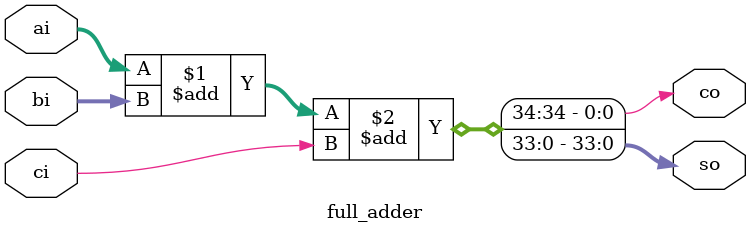
<source format=v>
/*serial signed multiplier
using booth encoding (radix4)
ACA course Oct 2012
Ramyad Hadidi 88109971
*/

`timescale 1ns/1ns

module signed_multiplier
	(
		clk,  		//system clk 
		start,		//all inputs are valid for starting
		a,		  	//operand
		b,		  	//operand
		s			//result
	);
            //inital for HW
				  	initial
				  	begin
					   	$display("ACA Project2 \n Ramyad Hadidi-88109971");
				  	end
	
	//parameters and definitions
	input             clk;
	input             start;
	input      [31:0] a;
	input      [31:0] b;
	output reg [63:0] s;
	
	//vars
	reg    [31:0]   A;
	reg    [64:0]   P;
	reg    [33:0]   ai;
	wire   [33:0]   bi;
	reg             ci;
	wire   [33:0]   so;
	reg    [4:0]    counter;   //for counting and registering output
	
	
	//**CODE	
	//
	always @(posedge clk)
	begin	
		if (start)	//load registers
		begin	
			A<=a;
			P[32:1]<=b;
			P[0]<=1'b0;
			P[64:33]<='b0;	
			counter <=5'b0000; 
			end
		else
		begin		//two shifts - save result of adder
			P<=(P>>2);
			P[64:31]<=so[33:0];
			counter <= counter + 1'b1;
			if (counter[4])
			   s[63:0]<=P[64:1];
		end
	end
	
  //adder
	full_adder adder(.ai(ai), .bi(bi), .ci(ci), .so(so), .co());
	assign bi[31:0]=P[64:33];
	assign bi[33]=P[64];
	assign bi[32]=P[64];
		
	//PP generator (deretemins ci and ai) (booth encoding)
	always @(P[2:0],A)
	begin
		case(P[2:0])
			3'b000:	begin	//0
					ai=34'b0;
					ci=1'b0;		end
			3'b001:	begin	//1
					ai[31:0]=A;
					ai[32]=A[31];
					ai[33]=A[31];
					ci=1'b0;		end	
			3'b010:	begin	//1
					ai[31:0]=A;
					ai[32]=A[31];
					ai[33]=A[31];
					ci=1'b0;		end	
			3'b011:	begin	//2
					ai[32:0]=A<<1;
					ai[33]=ai[32];	
					ci=1'b0;		end
			3'b100:	begin	//-2
					ai[32:0]=~(A<<1);
					ai[33]=ai[32];
					ci=1'b1;		end
			3'b101:	begin	//-1
					ai[31:0]=~A;
					ai[32]=ai[31];
					ai[33]=ai[31];
					ci=1'b1;		end
			3'b110:	begin	//-1
					ai[31:0]=~A;
					ai[32]=ai[31];
					ai[33]=ai[31];
					ci=1'b1;		end
			3'b111:	begin	//0
					ai=34'b0;
					ci=1'b0;		end
		endcase
	end	

endmodule

//----------------------------------------------------
//full adder 34bit
module full_adder(
        input [33:0] ai,
        input [33:0] bi,
        input ci,
        output [33:0] so,
        output co
    );
        assign {co, so} = ai + bi + ci;
endmodule

	
</source>
